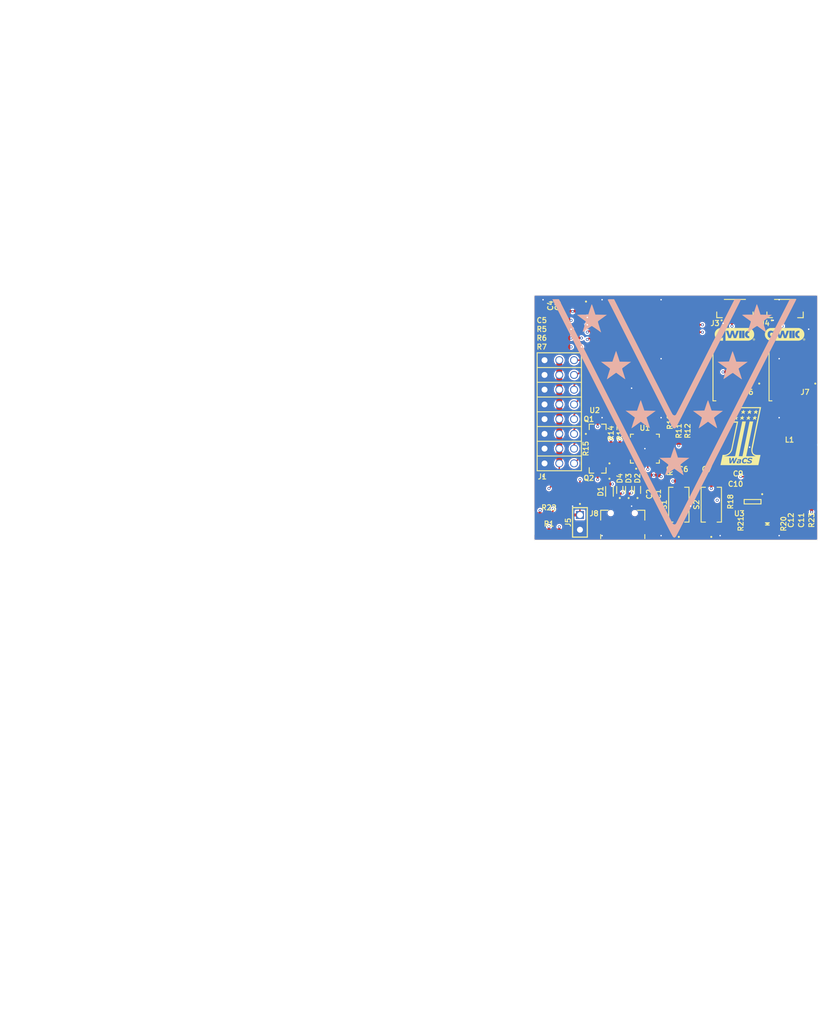
<source format=kicad_pcb>
(kicad_pcb (version 20240108) (generator "pcbnew") (generator_version "8.0")
  (title_block (title "ESP32 RC") (date "2024-08-30") (rev "0") (company "Wireless and Control Systems LLC") (comment 1 "Dan Tatum"))
  (layers (0 "F.Cu" signal) (1 "In1.Cu" signal) (2 "In2.Cu" signal) (31 "B.Cu" signal) (34 "B.Paste" user) (35 "F.Paste" user) (36 "B.SilkS" user "B.Silkscreen") (37 "F.SilkS" user "F.Silkscreen") (38 "B.Mask" user) (39 "F.Mask" user) (44 "Edge.Cuts" user))
  (net 0 "")
  (net 1 "P3V3")
  (net 2 "GND")
  (net 3 "/ESP32/EN")
  (net 4 "/ESP32/IO00")
  (net 5 "Net-(U3-BST)")
  (net 6 "Net-(C8-Pad2)")
  (net 7 "PVESC")
  (net 8 "VBUS")
  (net 9 "/ESP32/USB_DP")
  (net 10 "/ESP32/USB_DN")
  (net 11 "Net-(D5-Pad2)")
  (net 12 "/PVRC")
  (net 13 "/RC3")
  (net 14 "/RC2")
  (net 15 "/RC4")
  (net 16 "/RC1")
  (net 17 "/RC6")
  (net 18 "/RC7")
  (net 19 "/RC5")
  (net 20 "/RC8")
  (net 21 "/SDA")
  (net 22 "/SCL")
  (net 23 "/PVBATT")
  (net 24 "/IR_OUT")
  (net 25 "/IR_IN")
  (net 27 "Net-(U3-SW)")
  (net 28 "Net-(Q1-Pad1)")
  (net 29 "/ESP32/RTS")
  (net 30 "Net-(Q2-Pad1)")
  (net 31 "/ESP32/DTR")
  (net 32 "Net-(U1-~{RST})")
  (net 33 "Net-(U1-~{SUSPEND})")
  (net 34 "Net-(U1-VBUS)")
  (net 35 "/ESP32/TXD")
  (net 36 "/ESP32/RXD0")
  (net 37 "/ESP32/TXD0")
  (net 38 "/ESP32/RXD")
  (net 39 "Net-(U3-EN)")
  (net 40 "Net-(U3-FB)")
  (net 60 "/ESP32/IO18")
  (net 62 "/ESP32/IO5")
  (net 65 "/ESP32/IO23")
  (net 66 "/ESP32/IO19")
  (net 72 "/VSNS1")
  (net 73 "/VSNS2")
  (net 74 "/VSNS3")
  (net 75 "PVIN")
  (net 76 "Net-(C11-Pad1)")
  (footprint "proj_library:WL-SMCW_0603" (layer "F.Cu") (at 155.194 111.76 90)
    (property "Reference" "D5" (hide yes))
    (property "Value" "WL-SMCW_0603")
  )
  (footprint "proj_library:R0603" (layer "F.Cu") (at 138.43 100.33 90)
    (property "Reference" "R8")
    (property "Value" "2.00k")
  )
  (footprint "proj_library:R0603" (layer "F.Cu") (at 121.666 76.708 180)
    (property "Reference" "R9" (hide yes))
    (property "Value" "10k")
  )
  (footprint "proj_library:SOD-523" (layer "F.Cu") (at 132.842 105.918 90)
    (property "Reference" "D2")
    (property "Value" "LESD5D5.0CT1G")
  )
  (footprint "proj_library:C0603" (layer "F.Cu") (at 144.78 101.092 180)
    (property "Reference" "C7")
    (property "Value" "0.1u")
  )
  (footprint "proj_library:R0603" (layer "F.Cu") (at 121.666 79.756 180)
    (property "Reference" "R3" (hide yes))
    (property "Value" "26.1k")
  )
  (footprint "proj_library:C0603" (layer "F.Cu") (at 152.654 104.902)
    (property "Reference" "C10")
    (property "Value" "0.1u")
  )
  (footprint "proj_library:R0603" (layer "F.Cu") (at 150.114 107.95 -90)
    (property "Reference" "R18")
    (property "Value" "100k")
  )
  (footprint "proj_library:QWIIC_logo" (layer "F.Cu") (at 149.606 79.121)
    (property "Reference" "G1" (hide yes))
    (property "Value" "~" (hide yes))
  )
  (footprint "proj_library:SOD-523" (layer "F.Cu") (at 131.318 105.918 90)
    (property "Reference" "D3")
    (property "Value" "LESD5D5.0CT1G")
  )
  (footprint "proj_library:R0603_3" (layer "F.Cu") (at 117.602 113.03)
    (property "Reference" "R1")
    (property "Value" "0")
  )
  (footprint "proj_library:C0805" (layer "F.Cu") (at 120.65 74.168 90)
    (property "Reference" "C4")
    (property "Value" "22u")
  )
  (footprint "proj_library:C0603" (layer "F.Cu") (at 134.874 104.14 -90)
    (property "Reference" "C2")
    (property "Value" "4.7u")
  )
  (footprint "proj_library:R0603" (layer "F.Cu") (at 125.222 98.806 90)
    (property "Reference" "R15")
    (property "Value" "10k")
  )
  (footprint "proj_library:SOD-523" (layer "F.Cu") (at 129.794 105.918 90)
    (property "Reference" "D4")
    (property "Value" "LESD5D5.0CT1G")
  )
  (footprint "proj_library:C0603" (layer "F.Cu") (at 155.956 108.966)
    (property "Reference" "C8" (hide yes))
    (property "Value" "0.33u")
  )
  (footprint "proj_library:R0603" (layer "F.Cu") (at 141.478 98.552 90)
    (property "Reference" "R12")
    (property "Value" "47.5k")
  )
  (footprint "proj_library:R0603" (layer "F.Cu") (at 118.618 81.28 180)
    (property "Reference" "R7")
    (property "Value" "10k")
  )
  (footprint "proj_library:C0805" (layer "F.Cu") (at 152.654 103.124)
    (property "Reference" "C9")
    (property "Value" "10u")
  )
  (footprint "proj_library:R0603" (layer "F.Cu") (at 155.956 107.188 180)
    (property "Reference" "R17" (hide yes))
    (property "Value" "0")
  )
  (footprint "proj_library:QWIIC_logo" (layer "F.Cu") (at 158.242 79.121)
    (property "Reference" "G2" (hide yes))
    (property "Value" "~" (hide yes))
  )
  (footprint "proj_library:C0805" (layer "F.Cu") (at 159.004 108.204 -90)
    (property "Reference" "C12")
    (property "Value" "22u")
  )
  (footprint "proj_library:R0603" (layer "F.Cu") (at 156.718 111.76 90)
    (property "Reference" "R20")
    (property "Value" "255")
  )
  (footprint "proj_library:C0603" (layer "F.Cu") (at 122.428 74.168 90)
    (property "Reference" "C3")
    (property "Value" "0.1u")
  )
  (footprint "proj_library:R0603" (layer "F.Cu") (at 139.954 98.552 -90)
    (property "Reference" "R11")
    (property "Value" "22.1k")
  )
  (footprint "proj_library:R0603_3" (layer "F.Cu") (at 117.602 110.236)
    (property "Reference" "R22")
    (property "Value" "0")
  )
  (footprint "proj_library:C0603" (layer "F.Cu") (at 140.716 101.092)
    (property "Reference" "C6")
    (property "Value" "0.1u")
  )
  (footprint "proj_library:L3131" (layer "F.Cu") (at 159.004 102.108)
    (property "Reference" "L1")
    (property "Value" "3.6u")
  )
  (footprint "proj_library:R0603" (layer "F.Cu") (at 138.43 97.028 90)
    (property "Reference" "R10")
    (property "Value" "10k")
  )
  (footprint "proj_library:C0603" (layer "F.Cu") (at 118.618 76.708 180)
    (property "Reference" "C5")
    (property "Value" "0.1u")
  )
  (footprint "proj_library:28-WFQFN" (layer "F.Cu") (at 134.112 98.806 90)
    (property "Reference" "U1")
    (property "Value" "CP2102N-A02-GQFN28")
  )
  (footprint "proj_library:R0603" (layer "F.Cu") (at 121.666 81.28 180)
    (property "Reference" "R4" (hide yes))
    (property "Value" "100k")
  )
  (footprint "proj_library:C0805" (layer "F.Cu") (at 161.036 108.204 -90)
    (property "Reference" "C11")
    (property "Value" "22u")
  )
  (footprint "proj_library:2011-1X02G00SD025B" (layer "F.Cu") (at 122.936 111.506 -90)
    (property "Reference" "J5")
    (property "Value" "2011-1X02G00SD025B")
  )
  (footprint "proj_library:C0603" (layer "F.Cu") (at 136.398 104.14 -90)
    (property "Reference" "C1")
    (property "Value" "0.1u")
  )
  (footprint "proj_library:BM04B-SRSS_JST" (layer "F.Cu") (at 149.606 74.676)
    (property "Reference" "J3")
    (property "Value" "BM04B-SRSS-TB")
  )
  (footprint "proj_library:R0603" (layer "F.Cu") (at 126.746 98.806 -90)
    (property "Reference" "R16" (hide yes))
    (property "Value" "10k")
  )
  (footprint "proj_library:ESP32WROOM32UE" (layer "F.Cu") (at 134.112 78.232)
    (property "Reference" "U2")
    (property "Value" "ESP32-WROOM-32UE" (hide yes))
  )
  (footprint "proj_library:PTS636SL50SMTRLFS" (layer "F.Cu") (at 139.954 108.458 90)
    (property "Reference" "S1")
    (property "Value" "PTS636_SL50_SMTR_LFS" (hide yes))
  )
  (footprint "proj_library:R0603" (layer "F.Cu") (at 128.27 98.806 90)
    (property "Reference" "R14")
    (property "Value" "0")
  )
  (footprint "proj_library:R0603" (layer "F.Cu") (at 129.794 98.806 90)
    (property "Reference" "R13")
    (property "Value" "0")
  )
  (footprint "proj_library:SOT-23-3" (layer "F.Cu") (at 125.984 102.362 -90)
    (property "Reference" "Q2")
    (property "Value" "SS8050-G")
  )
  (footprint "proj_library:R0603" (layer "F.Cu") (at 118.618 78.232 180)
    (property "Reference" "R5")
    (property "Value" "10k")
  )
  (footprint "proj_library:629105136821" (layer "F.Cu") (at 130.302 112.014)
    (property "Reference" "J8")
    (property "Value" "629105136821" (hide yes))
  )
  (footprint "proj_library:SAMTEC_TSW-108-07-T-T" (layer "F.Cu") (at 119.38 92.456 -90)
    (property "Reference" "J1")
    (property "Value" "TSW-108-07-T-T")
  )
  (footprint "proj_library:BM04B-SRSS_JST" (layer "F.Cu") (at 158.242 74.676)
    (property "Reference" "J4")
    (property "Value" "BM04B-SRSS-TB")
  )
  (footprint "proj_library:SOT-23-3" (layer "F.Cu") (at 125.984 95.25 90)
    (property "Reference" "Q1")
    (property "Value" "SS8050-G")
  )
  (footprint "proj_library:TSOT26" (layer "F.Cu") (at 152.654 107.95 -90)
    (property "Reference" "U3")
    (property "Value" "AP62201WU-7" (hide yes))
  )
  (footprint "proj_library:R0603" (layer "F.Cu") (at 118.618 79.756 180)
    (property "Reference" "R6")
    (property "Value" "10k")
  )
  (footprint "proj_library:R0603" (layer "F.Cu") (at 151.892 111.76 -90)
    (property "Reference" "R21")
    (property "Value" "10k")
  )
  (footprint "proj_library:B3B-PH-SM4-TB" (layer "F.Cu") (at 148.336 85.598 90)
    (property "Reference" "J6")
    (property "Value" "B3B-PH-SM4-TB" (hide yes))
  )
  (footprint "proj_library:R0603" (layer "F.Cu") (at 153.416 111.76 90)
    (property "Reference" "R19" (hide yes))
    (property "Value" "31.6k")
  )
  (footprint "proj_library:SOD-323" (layer "F.Cu") (at 128.016 106.172 -90)
    (property "Reference" "D1")
    (property "Value" "BAT760-7")
  )
  (footprint "proj_library:B3B-PH-SM4-TB" (layer "F.Cu") (at 157.988 85.598 90)
    (property "Reference" "J7")
    (property "Value" "B3B-PH-SM4-TB" (hide yes))
  )
  (footprint "proj_library:WaCS-1_logo" (layer "F.Cu") (at 150.622 96.647)
    (property "Reference" "G5" (hide yes))
    (property "Value" "~" (hide yes))
  )
  (footprint "proj_library:R0603" (layer "F.Cu") (at 162.814 108.1532 -90)
    (property "Reference" "R23")
    (property "Value" "0")
  )
  (footprint "proj_library:R0603" (layer "F.Cu") (at 121.666 78.232 180)
    (property "Reference" "R2" (hide yes))
    (property "Value" "10k")
  )
  (footprint "proj_library:PTS636SL50SMTRLFS" (layer "F.Cu") (at 145.542 108.458 90)
    (property "Reference" "S2")
    (property "Value" "PTS636_SL50_SMTR_LFS" (hide yes))
  )
  (footprint "proj_library:Champion logo" (layer "B.Cu") (at 139.192 93.599 180)
    (property "Reference" "G6" (hide yes))
    (property "Value" "~" (hide yes))
  )
  (gr_rect (start 115.062 72.39) (end 163.83 114.554) (stroke (width 0.0508)) (fill none) (layer "Edge.Cuts"))
  (segment (start 121.666 75.184) (end 121.7676 75.0824) (width 0.254) (layer "F.Cu") (net 1))
  (segment (start 121.5644 75.0824) (end 121.666 75.184) (width 0.254) (layer "F.Cu") (net 1))
  (segment (start 122.4788 76.708) (end 122.4788 75.0316) (width 0.254) (layer "F.Cu") (net 1))
  (segment (start 122.3264 75.0824) (end 122.428 74.9808) (width 0.254) (layer "F.Cu") (net 1))
  (segment (start 121.7676 75.0824) (end 122.3264 75.0824) (width 0.254) (layer "F.Cu") (net 1))
  (segment (start 136.398 103.3272) (end 135.612 102.5412) (width 0.254) (layer "F.Cu") (net 1))
  (segment (start 149.098 76.566202) (end 149.106001 76.558201) (width 0.254) (layer "F.Cu") (net 1))
  (segment (start 135.612 102.5412) (end 135.612 101.166) (width 0.254) (layer "F.Cu") (net 1))
  (segment (start 135.112 101.166) (end 135.612 101.166) (width 0.254) (layer "F.Cu") (net 1))
  (segment (start 157.734 76.566202) (end 157.742001 76.558201) (width 0.254) (layer "F.Cu") (net 1))
  (segment (start 135.612 101.166) (end 138.4068 101.166) (width 0.254) (layer "F.Cu") (net 1))
  (segment (start 125.612 74.742) (end 125.3732 74.9808) (width 0.254) (layer "F.Cu") (net 1))
  (segment (start 122.4788 78.232) (end 122.4788 76.708) (width 0.254) (layer "F.Cu") (net 1))
  (segment (start 135.636 103.378) (end 135.6868 103.3272) (width 0.254) (layer "F.Cu") (net 1))
  (segment (start 147.574 85.598) (end 150.586 85.598) (width 0.254) (layer "F.Cu") (net 1))
  (segment (start 135.6868 103.3272) (end 136.398 103.3272) (width 0.254) (layer "F.Cu") (net 1))
  (segment (start 162.814 108.966) (end 162.814 109.728) (width 0.508) (layer "F.Cu") (net 1))
  (segment (start 150.586 85.598) (end 160.238 85.598) (width 0.254) (layer "F.Cu") (net 1))
  (segment (start 122.4788 75.0316) (end 122.428 74.9808) (width 0.254) (layer "F.Cu") (net 1))
  (segment (start 136.4488 103.378) (end 136.398 103.3272) (width 0.254) (layer "F.Cu") (net 1))
  (segment (start 149.098 77.724) (end 149.098 76.566202) (width 0.254) (layer "F.Cu") (net 1))
  (segment (start 134.874 103.3272) (end 135.5852 103.3272) (width 0.254) (layer "F.Cu") (net 1))
  (segment (start 119.38 112.268) (end 119.38 112.8776) (width 0.254) (layer "F.Cu") (net 1))
  (segment (start 119.38 112.8776) (end 119.2276 113.03) (width 0.254) (layer "F.Cu") (net 1))
  (segment (start 125.3732 74.9808) (end 122.428 74.9808) (width 0.254) (layer "F.Cu") (net 1))
  (segment (start 120.65 75.0824) (end 121.5644 75.0824) (width 0.254) (layer "F.Cu") (net 1))
  (segment (start 135.5852 103.3272) (end 135.636 103.378) (width 0.254) (layer "F.Cu") (net 1))
  (segment (start 138.4068 101.166) (end 138.43 101.1428) (width 0.254) (layer "F.Cu") (net 1))
  (segment (start 157.734 77.724) (end 157.734 76.566202) (width 0.254) (layer "F.Cu") (net 1))
  (via (at 119.38 112.268) (size 0.508) (drill 0.254) (layers "F.Cu" "B.Cu") (net 1))
  (via (at 135.636 103.378) (size 0.508) (drill 0.254) (layers "F.Cu" "B.Cu") (net 1))
  (via (at 162.814 109.728) (size 0.508) (drill 0.254) (layers "F.Cu" "B.Cu") (net 1))
  (via (at 147.574 85.598) (size 0.508) (drill 0.254) (layers "F.Cu" "B.Cu") (net 1))
  (via (at 121.666 75.184) (size 0.508) (drill 0.254) (layers "F.Cu" "B.Cu") (net 1))
  (via (at 149.098 77.724) (size 0.508) (drill 0.254) (layers "F.Cu" "B.Cu") (net 1))
  (via (at 136.906 103.632) (size 0.508) (drill 0.254) (layers "F.Cu" "B.Cu") (net 1))
  (via (at 157.734 77.724) (size 0.508) (drill 0.254) (layers "F.Cu" "B.Cu") (net 1))
  (segment (start 133.612 101.166) (end 133.612 99.306) (width 0.254) (layer "F.Cu") (net 2))
  (segment (start 133.612 99.306) (end 134.112 98.806) (width 0.254) (layer "F.Cu") (net 2))
  (via (at 126.746 73.152) (size 0.508) (drill 0.254) (layers "F.Cu" "B.Cu") (net 2))
  (via (at 116.586 73.152) (size 0.508) (drill 0.254) (layers "F.Cu" "B.Cu") (net 2))
  (via (at 157.226 93.472) (size 0.508) (drill 0.254) (layers "F.Cu" "B.Cu") (net 2))
  (via (at 156.21 76.708) (size 0.508) (drill 0.254) (layers "F.Cu" "B.Cu") (net 2))
  (via (at 136.906 83.312) (size 0.508) (drill 0.254) (layers "F.Cu" "B.Cu") (net 2))
  (via (at 134.112 98.806) (size 0.508) (drill 0.254) (layers "F.Cu" "B.Cu") (net 2))
  (via (at 147.574 77.216) (size 0.508) (drill 0.254) (layers "F.Cu" "B.Cu") (net 2))
  (via (at 121.666 108.712) (size 0.508) (drill 0.254) (layers "F.Cu" "B.Cu") (net 2))
  (via (at 126.746 113.792) (size 0.508) (drill 0.254) (layers "F.Cu" "B.Cu") (net 2))
  (via (at 147.066 113.792) (size 0.508) (drill 0.254) (layers "F.Cu" "B.Cu") (net 2))
  (via (at 152.146 98.552) (size 0.508) (drill 0.254) (layers "F.Cu" "B.Cu") (net 2))
  (via (at 116.586 103.632) (size 0.508) (drill 0.254) (layers "F.Cu" "B.Cu") (net 2))
  (via (at 126.746 93.472) (size 0.508) (drill 0.254) (layers "F.Cu" "B.Cu") (net 2))
  (via (at 157.226 83.312) (size 0.508) (drill 0.254) (layers "F.Cu" "B.Cu") (net 2))
  (via (at 141.986 108.712) (size 0.508) (drill 0.254) (layers "F.Cu" "B.Cu") (net 2))
  (via (at 136.906 113.792) (size 0.508) (drill 0.254) (layers "F.Cu" "B.Cu") (net 2))
  (via (at 162.306 78.232) (size 0.508) (drill 0.254) (layers "F.Cu" "B.Cu") (net 2))
  (via (at 157.226 73.152) (size 0.508) (drill 0.254) (layers "F.Cu" "B.Cu") (net 2))
  (via (at 157.226 113.792) (size 0.508) (drill 0.254) (layers "F.Cu" "B.Cu") (net 2))
  (via (at 131.826 108.712) (size 0.508) (drill 0.254) (layers "F.Cu" "B.Cu") (net 2))
  (via (at 131.826 88.392) (size 0.508) (drill 0.254) (layers "F.Cu" "B.Cu") (net 2))
  (via (at 136.906 73.152) (size 0.508) (drill 0.254) (layers "F.Cu" "B.Cu") (net 2))
  (via (at 136.906 93.472) (size 0.508) (drill 0.254) (layers "F.Cu" "B.Cu") (net 2))
  (segment (start 139.954 103.124) (end 139.954 101.1428) (width 0.254) (layer "F.Cu") (net 3))
  (segment (start 125.984 94.24) (end 125.984 94.996) (width 0.254) (layer "F.Cu") (net 3))
  (segment (start 138.974 104.358) (end 138.938 104.394) (width 0.254) (layer "F.Cu") (net 3))
  (segment (start 124.394 76.012) (end 124.206 76.2) (width 0.254) (layer "F.Cu") (net 3))
  (segment (start 139.954 101.1428) (end 139.9032 101.092) (width 0.254) (layer "F.Cu") (net 3))
  (segment (start 139.954 104.358) (end 138.974 104.358) (width 0.254) (layer "F.Cu") (net 3))
  (segment (start 139.954 104.358) (end 139.954 103.124) (width 0.254) (layer "F.Cu") (net 3))
  (segment (start 125.612 76.012) (end 124.394 76.012) (width 0.254) (layer "F.Cu") (net 3))
  (segment (start 120.8532 76.708) (end 119.4308 76.708) (width 0.254) (layer "F.Cu") (net 3))
  (via (at 125.984 94.996) (size 0.508) (drill 0.254) (layers "F.Cu" "B.Cu") (net 3))
  (via (at 121.412 76.708) (size 0.508) (drill 0.254) (layers "F.Cu" "B.Cu") (net 3))
  (via (at 124.206 76.2) (size 0.508) (drill 0.254) (layers "F.Cu" "B.Cu") (net 3))
  (via (at 138.938 104.394) (size 0.508) (drill 0.254) (layers "F.Cu" "B.Cu") (net 3))
  (segment (start 145.5928 99.6188) (end 142.612 96.638) (width 0.254) (layer "F.Cu") (net 4))
  (segment (start 125.984 104.14) (end 125.984 103.372) (width 0.254) (layer "F.Cu") (net 4))
  (segment (start 142.612 96.638) (end 142.612 89.982) (width 0.254) (layer "F.Cu") (net 4))
  (segment (start 145.5928 101.092) (end 145.5928 99.6188) (width 0.254) (layer "F.Cu") (net 4))
  (segment (start 145.542 101.1428) (end 145.5928 101.092) (width 0.254) (layer "F.Cu") (net 4))
  (segment (start 145.542 105.664) (end 145.542 104.358) (width 0.254) (layer "F.Cu") (net 4))
  (segment (start 145.542 101.854) (end 145.542 101.1428) (width 0.254) (layer "F.Cu") (net 4))
  (segment (start 145.542 104.358) (end 145.542 101.854) (width 0.254) (layer "F.Cu") (net 4))
  (via (at 125.984 104.14) (size 0.508) (drill 0.254) (layers "F.Cu" "B.Cu") (net 4))
  (via (at 145.542 105.664) (size 0.508) (drill 0.254) (layers "F.Cu" "B.Cu") (net 4))
  (segment (start 153.604 109.25) (end 154.8592 109.25) (width 0.254) (layer "F.Cu") (net 5))
  (segment (start 154.8592 109.25) (end 155.1432 108.966) (width 0.254) (layer "F.Cu") (net 5))
  (segment (start 156.7688 108.966) (end 156.7688 107.188) (width 0.254) (layer "F.Cu") (net 6))
  (segment (start 115.9764 110.236) (end 115.9764 109.5756) (width 0.254) (layer "F.Cu") (net 7))
  (segment (start 128.524 104.902) (end 128.096 104.902) (width 0.254) (layer "F.Cu") (net 7))
  (segment (start 115.9764 110.236) (end 115.9764 113.03) (width 0.254) (layer "F.Cu") (net 7))
  (segment (start 128.096 104.902) (end 128.016 104.982) (width 0.254) (layer "F.Cu") (net 7))
  (segment (start 115.9764 109.5756) (end 116.078 109.474) (width 0.254) (layer "F.Cu") (net 7))
  (segment (start 123.19 79.756) (end 122.4788 79.756) (width 0.254) (layer "F.Cu") (net 7))
  (via (at 116.078 109.474) (size 0.508) (drill 0.254) (layers "F.Cu" "B.Cu") (net 7))
  (via (at 128.524 104.902) (size 0.508) (drill 0.254) (layers "F.Cu" "B.Cu") (net 7))
  (via (at 123.19 79.756) (size 0.508) (drill 0.254) (layers "F.Cu" "B.Cu") (net 7))
  (segment (start 128.016 107.362) (end 129.01 107.362) (width 0.254) (layer "F.Cu") (net 8))
  (segment (start 130.15 106.578) (end 130.302 106.426) (width 0.254) (layer "F.Cu") (net 8))
  (segment (start 139.954 98.298) (end 139.954 97.7392) (width 0.254) (layer "F.Cu") (net 8))
  (segment (start 129.002 108.348) (end 129.002 109.689) (width 0.254) (layer "F.Cu") (net 8))
  (segment (start 129.01 107.362) (end 129.794 106.578) (width 0.254) (layer "F.Cu") (net 8))
  (segment (start 129.002 108.348) (end 128.016 107.362) (width 0.254) (layer "F.Cu") (net 8))
  (segment (start 129.794 106.578) (end 130.15 106.578) (width 0.254) (layer "F.Cu") (net 8))
  (via (at 139.954 98.298) (size 0.508) (drill 0.254) (layers "F.Cu" "B.Cu") (net 8))
  (via (at 130.302 106.426) (size 0.508) (drill 0.254) (layers "F.Cu" "B.Cu") (net 8))
  (segment (start 133.604 106.172) (end 133.604 102.362) (width 0.254) (layer "F.Cu") (net 9))
  (segment (start 133.604 102.362) (end 134.112 101.854) (width 0.254) (layer "F.Cu") (net 9))
  (segment (start 131.318 107.696) (end 131.699 107.696) (width 0.254) (layer "F.Cu") (net 9))
  (segment (start 131.699 107.696) (end 132.817 106.578) (width 0.254) (layer "F.Cu") (net 9))
  (segment (start 130.302 108.712) (end 131.318 107.696) (width 0.254) (layer "F.Cu") (net 9))
  (segment (start 134.112 101.854) (end 134.112 101.166) (width 0.254) (layer "F.Cu") (net 9))
  (segment (start 130.302 109.689) (end 130.302 108.712) (width 0.254) (layer "F.Cu") (net 9))
  (segment (start 132.842 106.578) (end 133.198 106.578) (width 0.254) (layer "F.Cu") (net 9))
  (segment (start 132.817 106.578) (end 132.842 106.578) (width 0.254) (layer "F.Cu") (net 9))
  (segment (start 133.198 106.578) (end 133.604 106.172) (width 0.254) (layer "F.Cu") (net 9))
  (segment (start 131.318 106.578) (end 131.674 106.578) (width 0.254) (layer "F.Cu") (net 10))
  (segment (start 131.674 106.578) (end 131.826 106.426) (width 0.254) (layer "F.Cu") (net 10))
  (segment (start 134.612 101.166) (end 134.612 102.116) (width 0.254) (layer "F.Cu") (net 10))
  (segment (start 131.318 106.68) (end 131.318 106.578) (width 0.254) (layer "F.Cu") (net 10))
  (segment (start 129.652 109.689) (end 129.652 108.346) (width 0.254) (layer "F.Cu") (net 10))
  (segment (start 129.652 108.346) (end 131.318 106.68) (width 0.254) (layer "F.Cu") (net 10))
  (via (at 131.826 106.426) (size 0.508) (drill 0.254) (layers "F.Cu" "B.Cu") (net 10))
  (via (at 134.62 102.362) (size 0.508) (drill 0.254) (layers "F.Cu" "B.Cu") (net 10))
  (segment (start 156.718 110.9472) (end 155.2068 110.9472) (width 0.254) (layer "F.Cu") (net 11))
  (segment (start 155.2068 110.9472) (end 155.194 110.96) (width 0.254) (layer "F.Cu") (net 11))
  (segment (start 119.38 103.886) (end 119.38 101.346) (width 0.254) (layer "F.Cu") (net 12))
  (segment (start 119.38 83.566) (end 119.38 86.106) (width 1.016) (layer "F.Cu") (net 12))
  (segment (start 117.602 112.522) (end 117.602 113.03) (width 0.254) (layer "F.Cu") (net 12))
  (segment (start 119.38 96.266) (end 119.38 98.806) (width 1.016) (layer "F.Cu") (net 12))
  (segment (start 119.38 86.106) (end 119.38 88.646) (width 1.016) (layer "F.Cu") (net 12))
  (segment (start 119.38 103.886) (end 117.602 105.664) (width 0.254) (layer "F.Cu") (net 12))
  (segment (start 119.38 91.186) (end 119.38 96.266) (width 1.016) (layer "F.Cu") (net 12))
  (segment (start 119.38 98.806) (end 119.38 101.346) (width 1.016) (layer "F.Cu") (net 12))
  (segment (start 119.38 88.646) (end 119.38 91.186) (width 1.016) (layer "F.Cu") (net 12))
  (via (at 117.602 105.664) (size 0.508) (drill 0.254) (layers "F.Cu" "B.Cu") (net 12))
  (via (at 117.602 112.268) (size 0.508) (drill 0.254) (layers "F.Cu" "B.Cu") (net 12))
  (segment (start 121.92 87.884) (end 121.92 88.646) (width 0.254) (layer "F.Cu") (net 13))
  (segment (start 124.902 84.902) (end 121.92 87.884) (width 0.254) (layer "F.Cu") (net 13))
  (segment (start 125.612 84.902) (end 124.902 84.902) (width 0.254) (layer "F.Cu") (net 13))
  (segment (start 124.902 83.632) (end 122.428 86.106) (width 0.254) (layer "F.Cu") (net 14))
  (segment (start 122.428 86.106) (end 121.92 86.106) (width 0.254) (layer "F.Cu") (net 14))
  (segment (start 125.612 83.632) (end 124.902 83.632) (width 0.254) (layer "F.Cu") (net 14))
  (segment (start 125.612 86.172) (end 124.902 86.172) (width 0.254) (layer "F.Cu") (net 15))
  (segment (start 123.19 89.916) (end 121.92 91.186) (width 0.254) (layer "F.Cu") (net 15))
  (segment (start 124.902 86.172) (end 123.19 87.884) (width 0.254) (layer "F.Cu") (net 15))
  (segment (start 123.19 87.884) (end 123.19 89.916) (width 0.254) (layer "F.Cu") (net 15))
  (segment (start 123.698 83.566) (end 121.92 83.566) (width 0.254) (layer "F.Cu") (net 16))
  (segment (start 125.612 82.362) (end 124.902 82.362) (width 0.254) (layer "F.Cu") (net 16))
  (segment (start 124.902 82.362) (end 123.698 83.566) (width 0.254) (layer "F.Cu") (net 16))
  (segment (start 124.902 88.712) (end 124.206 89.408) (width 0.254) (layer "F.Cu") (net 17))
  (segment (start 124.206 89.408) (end 124.206 91.44) (width 0.254) (layer "F.Cu") (net 17))
  (segment (start 124.206 91.44) (end 123.19 92.456) (width 0.254) (layer "F.Cu") (net 17))
  (segment (start 123.19 94.234) (end 121.92 95.504) (width 0.254) (layer "F.Cu") (net 17))
  (segment (start 121.92 95.504) (end 121.92 96.266) (width 0.254) (layer "F.Cu") (net 17))
  (segment (start 125.612 88.712) (end 124.902 88.712) (width 0.254) (layer "F.Cu") (net 17))
  (segment (start 123.19 92.456) (end 123.19 94.234) (width 0.254) (layer "F.Cu") (net 17))
  (segment (start 121.92 98.044) (end 121.92 98.806) (width 0.254) (layer "F.Cu") (net 18))
  (segment (start 124.714 91.694) (end 123.698 92.71) (width 0.254) (layer "F.Cu") (net 18))
  (segment (start 124.714 90.424) (end 124.714 91.694) (width 0.254) (layer "F.Cu") (net 18))
  (segment (start 123.698 96.266) (end 121.92 98.044) (width 0.254) (layer "F.Cu") (net 18))
  (segment (start 125.156 89.982) (end 124.714 90.424) (width 0.254) (layer "F.Cu") (net 18))
  (segment (start 123.698 92.71) (end 123.698 96.266) (width 0.254) (layer "F.Cu") (net 18))
  (segment (start 125.612 89.982) (end 125.156 89.982) (width 0.254) (layer "F.Cu") (net 18))
  (segment (start 123.698 91.186) (end 121.92 92.964) (width 0.254) (layer "F.Cu") (net 19))
  (segment (start 121.92 92.964) (end 121.92 93.726) (width 0.254) (layer "F.Cu") (net 19))
  (segment (start 124.902 87.442) (end 123.698 88.646) (width 0.254) (layer "F.Cu") (net 19))
  (segment (start 123.698 88.646) (end 123.698 91.186) (width 0.254) (layer "F.Cu") (net 19))
  (segment (start 125.612 87.442) (end 124.902 87.442) (width 0.254) (layer "F.Cu") (net 19))
  (segment (start 121.92 101.346) (end 124.206 99.06) (width 0.254) (layer "F.Cu") (net 20))
  (segment (start 129.286 92.456) (end 129.667 92.075) (width 0.254) (layer "F.Cu") (net 20))
  (segment (start 129.667 92.075) (end 129.667 90.982) (width 0.254) (layer "F.Cu") (net 20))
  (segment (start 124.206 92.964) (end 124.714 92.456) (width 0.254) (layer "F.Cu") (net 20))
  (segment (start 124.714 92.456) (end 129.286 92.456) (width 0.254) (layer "F.Cu") (net 20))
  (segment (start 124.206 99.06) (end 124.206 92.964) (width 0.254) (layer "F.Cu") (net 20))
  (segment (start 158.741999 77.732001) (end 157.734 78.74) (width 0.254) (layer "F.Cu") (net 21))
  (segment (start 150.105999 78.74) (end 150.105999 76.558201) (width 0.254) (layer "F.Cu") (net 21))
  (segment (start 157.734 78.74) (end 150.105999 78.74) (width 0.254) (layer "F.Cu") (net 21))
  (segment (start 143.952 79.822) (end 145.034 78.74) (width 0.254) (layer "F.Cu") (net 21))
  (segment (start 145.034 78.74) (end 150.105999 78.74) (width 0.254) (layer "F.Cu") (net 21))
  (segment (start 158.741999 76.558201) (end 158.741999 77.732001) (width 0.254) (layer "F.Cu") (net 21))
  (segment (start 142.612 79.822) (end 143.952 79.822) (width 0.254) (layer "F.Cu") (net 21))
  (segment (start 151.106 75.451901) (end 151.13 75.427901) (width 0.254) (layer "F.Cu") (net 22))
  (segment (start 159.742 76.558201) (end 159.742 75.922) (width 0.254) (layer "F.Cu") (net 22))
  (segment (start 144.536099 75.427901) (end 143.952 76.012) (width 0.254) (layer "F.Cu") (net 22))
  (segment (start 151.106 76.558201) (end 151.106 75.451901) (width 0.254) (layer "F.Cu") (net 22))
  (segment (start 151.13 75.427901) (end 144.536099 75.427901) (width 0.254) (layer "F.Cu") (net 22))
  (segment (start 159.247901 75.427901) (end 151.13 75.427901) (width 0.254) (layer "F.Cu") (net 22))
  (segment (start 143.952 76.012) (end 142.612 76.012) (width 0.254) (layer "F.Cu") (net 22))
  (segment (start 159.742 75.922) (end 159.247901 75.427901) (width 0.254) (layer "F.Cu") (net 22))
  (segment (start 122.936 104.14) (end 122.936 110.236) (width 0.254) (layer "F.Cu") (net 23))
  (segment (start 123.19 81.28) (end 122.4788 81.28) (width 0.254) (layer "F.Cu") (net 23))
  (segment (start 122.936 110.236) (end 119.2276 110.236) (width 0.508) (layer "F.Cu") (net 23))
  (via (at 123.19 81.28) (size 0.508) (drill 0.254) (layers "F.Cu" "B.Cu") (net 23))
  (via (at 122.936 104.14) (size 0.508) (drill 0.254) (layers "F.Cu" "B.Cu") (net 23))
  (segment (start 142.612 86.172) (end 143.798 86.172) (width 0.254) (layer "F.Cu") (net 24))
  (segment (start 143.798 86.172) (end 145.224 87.598) (width 0.254) (layer "F.Cu") (net 24))
  (segment (start 145.224 87.598) (end 150.586 87.598) (width 0.254) (layer "F.Cu") (net 24))
  (segment (start 143.83 87.442) (end 145.034 88.646) (width 0.254) (layer "F.Cu") (net 25))
  (segment (start 145.034 88.646) (end 159.19 88.646) (width 0.254) (layer "F.Cu") (net 25))
  (segment (start 142.612 87.442) (end 143.83 87.442) (width 0.254) (layer "F.Cu") (net 25))
  (segment (start 159.19 88.646) (end 160.238 87.598) (width 0.254) (layer "F.Cu") (net 25))
  (segment (start 152.654 107.442) (end 153.162 107.95) (width 0.508) (layer "F.Cu") (net 27))
  (segment (start 154.3812 107.95) (end 155.1432 107.188) (width 0.508) (layer "F.Cu") (net 27))
  (segment (start 156.21 104.902) (end 156.21 102.108) (width 0.508) (layer "F.Cu") (net 27))
  (segment (start 153.162 107.95) (end 154.3812 107.95) (width 0.508) (layer "F.Cu") (net 27))
  (segment (start 152.654 106.65) (end 152.654 107.442) (width 0.508) (layer "F.Cu") (net 27))
  (segment (start 155.1432 107.188) (end 155.1432 105.9688) (width 0.508) (layer "F.Cu") (net 27))
  (segment (start 155.1432 105.9688) (end 156.21 104.902) (width 0.508) (layer "F.Cu") (net 27))
  (segment (start 125.034 97.8052) (end 125.222 97.9932) (width 0.254) (layer "F.Cu") (net 28))
  (segment (start 125.034 96.26) (end 125.034 97.8052) (width 0.254) (layer "F.Cu") (net 28))
  (segment (start 131.0974 98.306) (end 130.6322 97.8408) (width 0.254) (layer "F.Cu") (net 29))
  (segment (start 129.6356 96.26) (end 126.934 96.26) (width 0.254) (layer "F.Cu") (net 29))
  (segment (start 126.934 97.8052) (end 126.746 97.9932) (width 0.254) (layer "F.Cu") (net 29))
  (segment (start 130.6322 97.2566) (end 129.6356 96.26) (width 0.254) (layer "F.Cu") (net 29))
  (segment (start 131.752 98.306) (end 131.0974 98.306) (width 0.254) (layer "F.Cu") (net 29))
  (segment (start 126.934 96.26) (end 126.934 97.8052) (width 0.254) (layer "F.Cu") (net 29))
  (segment (start 130.6322 97.8408) (end 130.6322 97.2566) (width 0.254) (layer "F.Cu") (net 29))
  (segment (start 126.746 99.6188) (end 126.934 99.8068) (width 0.254) (layer "F.Cu") (net 30))
  (segment (start 126.934 99.8068) (end 126.934 101.352) (width 0.254) (layer "F.Cu") (net 30))
  (segment (start 128.778 102.108) (end 125.79 102.108) (width 0.254) (layer "F.Cu") (net 31))
  (segment (start 131.752 100.306) (end 130.58 100.306) (width 0.254) (layer "F.Cu") (net 31))
  (segment (start 125.034 99.8068) (end 125.222 99.6188) (width 0.254) (layer "F.Cu") (net 31))
  (segment (start 125.034 101.352) (end 125.034 99.8068) (width 0.254) (layer "F.Cu") (net 31))
  (segment (start 125.79 102.108) (end 125.034 101.352) (width 0.254) (layer "F.Cu") (net 31))
  (segment (start 130.58 100.306) (end 128.778 102.108) (width 0.254) (layer "F.Cu") (net 31))
  (segment (start 136.472 99.806) (end 138.1412 99.806) (width 0.254) (layer "F.Cu") (net 32))
  (segment (start 138.1412 99.806) (end 138.43 99.5172) (width 0.254) (layer "F.Cu") (net 32))
  (segment (start 137.7696 98.806) (end 138.43 98.1456) (width 0.254) (layer "F.Cu") (net 33))
  (segment (start 136.472 98.806) (end 137.7696 98.806) (width 0.254) (layer "F.Cu") (net 33))
  (segment (start 139.954 99.3648) (end 141.478 99.3648) (width 0.254) (layer "F.Cu") (net 34))
  (segment (start 136.472 100.306) (end 139.216 100.306) (width 0.254) (layer "F.Cu") (net 34))
  (segment (start 139.954 99.568) (end 139.954 99.5172) (width 0.254) (layer "F.Cu") (net 34))
  (segment (start 139.216 100.306) (end 139.954 99.568) (width 0.254) (layer "F.Cu") (net 34))
  (segment (start 131.752 99.306) (end 130.1068 99.306) (width 0.254) (layer "F.Cu") (net 35))
  (segment (start 130.1068 99.306) (end 129.794 99.6188) (width 0.254) (layer "F.Cu") (net 35))
  (segment (start 142.8 78.74) (end 142.612 78.552) (width 0.254) (layer "F.Cu") (net 36))
  (segment (start 129.794 97.9932) (end 129.794 97.282) (width 0.254) (layer "F.Cu") (net 36))
  (segment (start 144.018 78.74) (end 142.8 78.74) (width 0.254) (layer "F.Cu") (net 36))
  (via (at 129.794 97.282) (size 0.508) (drill 0.254) (layers "F.Cu" "B.Cu") (net 36))
  (via (at 144.018 78.74) (size 0.508) (drill 0.254) (layers "F.Cu" "B.Cu") (net 36))
  (segment (start 128.27 97.9932) (end 128.27 97.282) (width 0.254) (layer "F.Cu") (net 37))
  (segment (start 142.8 77.47) (end 142.612 77.282) (width 0.254) (layer "F.Cu") (net 37))
  (segment (start 144.018 77.47) (end 142.8 77.47) (width 0.254) (layer "F.Cu") (net 37))
  (via (at 144.018 77.47) (size 0.508) (drill 0.254) (layers "F.Cu" "B.Cu") (net 37))
  (via (at 128.27 97.282) (size 0.508) (drill 0.254) (layers "F.Cu" "B.Cu") (net 37))
  (segment (start 129.0828 98.806) (end 128.27 99.6188) (width 0.254) (layer "F.Cu") (net 38))
  (segment (start 131.752 98.806) (end 129.0828 98.806) (width 0.254) (layer "F.Cu") (net 38))
  (segment (start 150.114 108.7628) (end 150.6728 108.204) (width 0.254) (layer "F.Cu") (net 39))
  (segment (start 152.4 108.204) (end 152.654 108.458) (width 0.254) (layer "F.Cu") (net 39))
  (segment (start 152.654 108.458) (end 152.654 109.25) (width 0.254) (layer "F.Cu") (net 39))
  (segment (start 150.6728 108.204) (end 152.4 108.204) (width 0.254) (layer "F.Cu") (net 39))
  (segment (start 151.704 110.7592) (end 151.892 110.9472) (width 0.254) (layer "F.Cu") (net 40))
  (segment (start 153.416 110.9472) (end 151.892 110.9472) (width 0.254) (layer "F.Cu") (net 40))
  (segment (start 151.704 109.25) (end 151.704 110.7592) (width 0.254) (layer "F.Cu") (net 40))
  (segment (start 120.8532 78.232) (end 119.4308 78.232) (width 0.254) (layer "F.Cu") (net 72))
  (segment (start 124.394 77.282) (end 124.206 77.47) (width 0.254) (layer "F.Cu") (net 72))
  (segment (start 125.612 77.282) (end 124.394 77.282) (width 0.254) (layer "F.Cu") (net 72))
  (via (at 124.206 77.47) (size 0.508) (drill 0.254) (layers "F.Cu" "B.Cu") (net 72))
  (via (at 121.412 78.232) (size 0.508) (drill 0.254) (layers "F.Cu" "B.Cu") (net 72))
  (segment (start 120.8532 79.756) (end 119.4308 79.756) (width 0.254) (layer "F.Cu") (net 73))
  (segment (start 125.612 78.552) (end 124.394 78.552) (width 0.254) (layer "F.Cu") (net 73))
  (segment (start 124.394 78.552) (end 124.206 78.74) (width 0.254) (layer "F.Cu") (net 73))
  (via (at 121.412 79.756) (size 0.508) (drill 0.254) (layers "F.Cu" "B.Cu") (net 73))
  (via (at 124.206 78.74) (size 0.508) (drill 0.254) (layers "F.Cu" "B.Cu") (net 73))
  (segment (start 125.612 79.822) (end 124.394 79.822) (width 0.254) (layer "F.Cu") (net 74))
  (segment (start 120.8532 81.28) (end 119.4308 81.28) (width 0.254) (layer "F.Cu") (net 74))
  (segment (start 124.394 79.822) (end 124.206 80.01) (width 0.254) (layer "F.Cu") (net 74))
  (via (at 121.412 81.28) (size 0.508) (drill 0.254) (layers "F.Cu" "B.Cu") (net 74))
  (via (at 124.206 80.01) (size 0.508) (drill 0.254) (layers "F.Cu" "B.Cu") (net 74))
  (segment (start 151.7396 103.124) (end 151.8412 103.2256) (width 0.254) (layer "F.Cu") (net 75))
  (segment (start 151.8412 103.2256) (end 151.8412 104.902) (width 0.254) (layer "F.Cu") (net 75))
  (segment (start 151.704 106.65) (end 151.704 105.0392) (width 0.254) (layer "F.Cu") (net 75))
  (segment (start 117.602 110.236) (end 118.364 109.474) (width 0.254) (layer "F.Cu") (net 75))
  (segment (start 150.6012 106.65) (end 151.704 106.65) (width 0.254) (layer "F.Cu") (net 75))
  (segment (start 151.7396 103.124) (end 151.2316 103.632) (width 0.254) (layer "F.Cu") (net 75))
  (segment (start 151.704 105.0392) (end 151.8412 104.902) (width 0.254) (layer "F.Cu") (net 75))
  (segment (start 150.114 107.1372) (end 150.6012 106.65) (width 0.254) (layer "F.Cu") (net 75))
  (segment (start 151.2316 103.632) (end 150.622 103.632) (width 0.254) (layer "F.Cu") (net 75))
  (via (at 118.364 109.22) (size 0.508) (drill 0.254) (layers "F.Cu" "B.Cu") (net 75))
  (via (at 146.558 107.696) (size 0.508) (drill 0.254) (layers "F.Cu" "B.Cu") (net 75))
  (via (at 150.622 103.632) (size 0.508) (drill 0.254) (layers "F.Cu" "B.Cu") (net 75))
  (segment (start 156.718 112.5728) (end 156.718 112.522) (width 0.254) (layer "F.Cu") (net 76))
  (segment (start 157.734 111.5568) (end 157.734 108.5596) (width 0.254) (layer "F.Cu") (net 76))
  (segment (start 156.718 112.5728) (end 157.734 111.5568) (width 0.254) (layer "F.Cu") (net 76))
  (segment (start 156.718 112.522) (end 155.956 111.76) (width 0.254) (layer "F.Cu") (net 76))
  (segment (start 157.734 108.5596) (end 159.004 107.2896) (width 0.254) (layer "F.Cu") (net 76))
  (segment (start 154.2288 111.76) (end 153.416 112.5728) (width 0.254) (layer "F.Cu") (net 76))
  (segment (start 155.956 111.76) (end 154.2288 111.76) (width 0.254) (layer "F.Cu") (net 76))
  (zone (net 76) (net_name "Net-(C11-Pad1)") (layer "F.Cu") (priority 1) (connect_pads yes (clearance 0.254)) (min_thickness 0.254) (fill yes (thermal_gap 0.254) (thermal_bridge_width 0.254))
    (polygon (pts (xy 163.83 107.95) (xy 163.83 98.298) (xy 158.242 98.298) (xy 158.242 107.95)))
  )
  (zone (net 2) (net_name "GND") (layers "F.Cu" "In1.Cu" "In2.Cu" "B.Cu") (name "GND") (connect_pads yes (clearance 0.254)) (min_thickness 0.254) (fill yes (thermal_gap 0.254) (thermal_bridge_width 0.254))
    (polygon (pts (xy 115.062 72.39) (xy 115.062 114.554) (xy 163.83 114.554) (xy 163.83 72.39)))
  )
)
</source>
